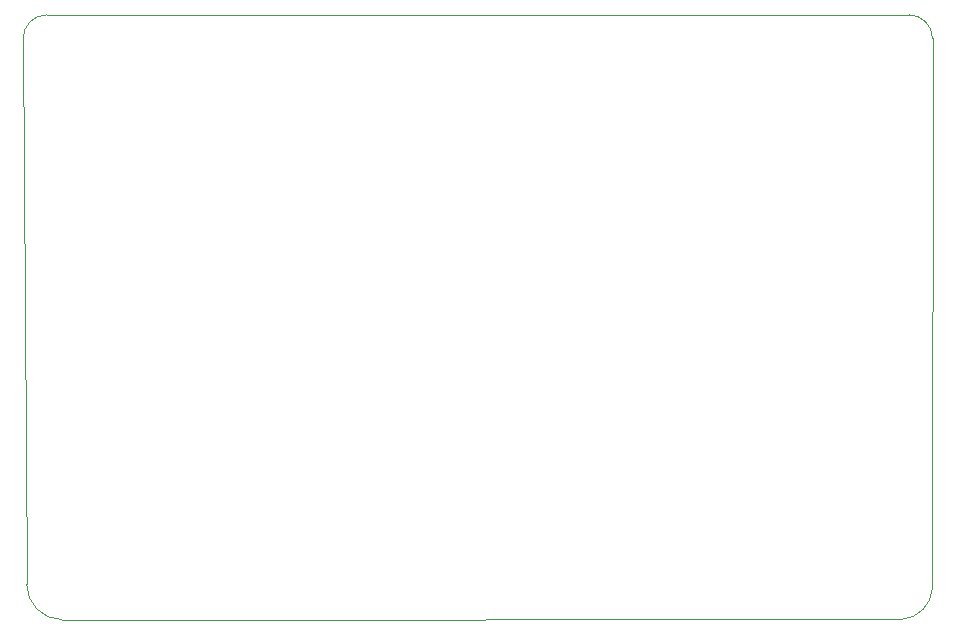
<source format=gbr>
%TF.GenerationSoftware,KiCad,Pcbnew,9.0.2*%
%TF.CreationDate,2025-08-14T15:26:00-05:00*%
%TF.ProjectId,ESP_32_sens,4553505f-3332-45f7-9365-6e732e6b6963,rev?*%
%TF.SameCoordinates,Original*%
%TF.FileFunction,Profile,NP*%
%FSLAX46Y46*%
G04 Gerber Fmt 4.6, Leading zero omitted, Abs format (unit mm)*
G04 Created by KiCad (PCBNEW 9.0.2) date 2025-08-14 15:26:00*
%MOMM*%
%LPD*%
G01*
G04 APERTURE LIST*
%TA.AperFunction,Profile*%
%ADD10C,0.050000*%
%TD*%
G04 APERTURE END LIST*
D10*
X174879572Y-122510524D02*
G75*
G02*
X172344514Y-125076788I-2779572J210524D01*
G01*
X174879572Y-122510524D02*
X174900000Y-75900000D01*
X101200000Y-125100000D02*
G75*
G02*
X98200000Y-122100000I0J3000000D01*
G01*
X172344644Y-125078261D02*
X101200000Y-125100000D01*
X97900000Y-75900000D02*
X98200000Y-122100000D01*
X97900000Y-75900000D02*
G75*
G02*
X99900000Y-73900000I2000000J0D01*
G01*
X172900000Y-73900000D02*
X99900000Y-73900000D01*
X172900000Y-73900000D02*
G75*
G02*
X174900000Y-75900000I0J-2000000D01*
G01*
M02*

</source>
